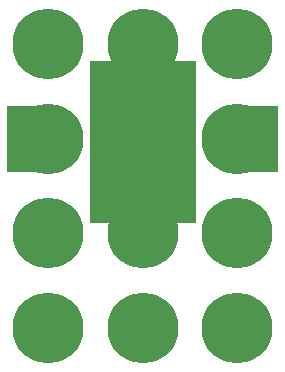
<source format=gtl>
%TF.GenerationSoftware,KiCad,Pcbnew,4.0.4+e1-6308~48~ubuntu16.04.1-stable*%
%TF.CreationDate,2016-12-13T12:40:13-08:00*%
%TF.ProjectId,4x3-CR2032-Battery,3478332D4352323033322D4261747465,rev?*%
%TF.FileFunction,Copper,L1,Top,Signal*%
%FSLAX46Y46*%
G04 Gerber Fmt 4.6, Leading zero omitted, Abs format (unit mm)*
G04 Created by KiCad (PCBNEW 4.0.4+e1-6308~48~ubuntu16.04.1-stable) date Tue Dec 13 12:40:13 2016*
%MOMM*%
%LPD*%
G01*
G04 APERTURE LIST*
%ADD10C,0.350000*%
%ADD11C,6.000000*%
%ADD12R,2.600000X5.560000*%
%ADD13R,9.000000X13.800000*%
%ADD14C,0.350000*%
G04 APERTURE END LIST*
D10*
D11*
X146900000Y-97900000D03*
X138900000Y-97900000D03*
X154900000Y-97900000D03*
D12*
X157100000Y-97900000D03*
D13*
X146896000Y-98154000D03*
D12*
X136700000Y-97900000D03*
D11*
X138900000Y-89900000D03*
X146900000Y-89900000D03*
X154900000Y-89900000D03*
X138900000Y-105900000D03*
X146900000Y-105900000D03*
X154900000Y-105900000D03*
X138900000Y-113900000D03*
X146900000Y-113900000D03*
X154900000Y-113900000D03*
D14*
X146900000Y-97900000D03*
X138900000Y-97900000D03*
X154900000Y-97900000D03*
X138900000Y-89900000D03*
X146900000Y-89900000D03*
X154900000Y-89900000D03*
X138900000Y-105900000D03*
X146900000Y-105900000D03*
X154900000Y-105900000D03*
X138900000Y-113900000D03*
X146900000Y-113900000D03*
X154900000Y-113900000D03*
M02*

</source>
